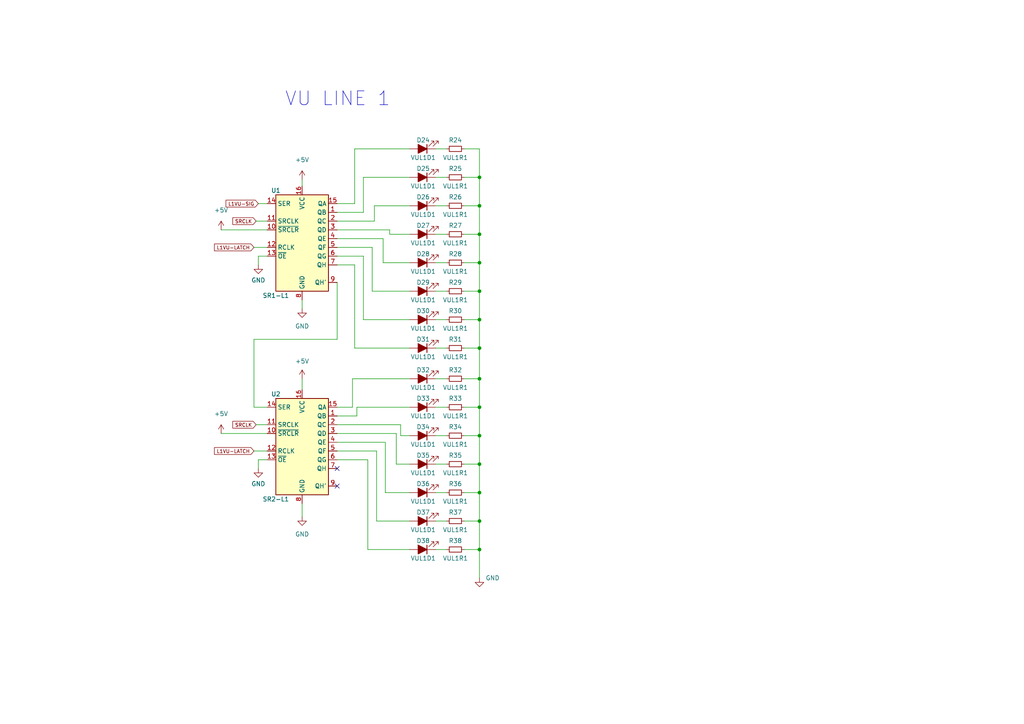
<source format=kicad_sch>
(kicad_sch (version 20210621) (generator eeschema)
  (paper "A4")
  (lib_symbols
    (symbol "74xx:74HC595"
      (property "Reference" "U" (at -7.62 13.97 0))
      (property "Value" "74HC595" (at -7.62 -16.51 0))
      (symbol "74HC595_1_0"
        (pin tri_state line (at 10.16 7.62 180) (length 2.54) (name "QB") (number "1"))
        (pin input line (at -10.16 2.54 0) (length 2.54) (name "~{SRCLR}") (number "10"))
        (pin input line (at -10.16 5.08 0) (length 2.54) (name "SRCLK") (number "11"))
        (pin input line (at -10.16 -2.54 0) (length 2.54) (name "RCLK") (number "12"))
        (pin input line (at -10.16 -5.08 0) (length 2.54) (name "~{OE}") (number "13"))
        (pin input line (at -10.16 10.16 0) (length 2.54) (name "SER") (number "14"))
        (pin tri_state line (at 10.16 10.16 180) (length 2.54) (name "QA") (number "15"))
        (pin power_in line (at 0 15.24 270) (length 2.54) (name "VCC") (number "16"))
        (pin tri_state line (at 10.16 5.08 180) (length 2.54) (name "QC") (number "2"))
        (pin tri_state line (at 10.16 2.54 180) (length 2.54) (name "QD") (number "3"))
        (pin tri_state line (at 10.16 0 180) (length 2.54) (name "QE") (number "4"))
        (pin tri_state line (at 10.16 -2.54 180) (length 2.54) (name "QF") (number "5"))
        (pin tri_state line (at 10.16 -5.08 180) (length 2.54) (name "QG") (number "6"))
        (pin tri_state line (at 10.16 -7.62 180) (length 2.54) (name "QH") (number "7"))
        (pin power_in line (at 0 -17.78 90) (length 2.54) (name "GND") (number "8"))
        (pin output line (at 10.16 -12.7 180) (length 2.54) (name "QH'") (number "9"))
      )
      (symbol "74HC595_1_1"
        (rectangle (start -7.62 12.7) (end 7.62 -15.24) (stroke (width 0.254)) (fill (type background)))
      )
    )
    (symbol "Device:LED_Filled" (pin_numbers hide) (pin_names (offset 1.016) hide)
      (property "Reference" "D" (at 0 2.54 0))
      (property "Value" "LED_Filled" (at 0 -2.54 0))
      (symbol "LED_Filled_0_1"
        (polyline (pts (xy -1.27 -1.27) (xy -1.27 1.27)) (stroke (width 0.254)))
        (polyline (pts (xy -1.27 0) (xy 1.27 0)))
        (polyline (pts (xy -3.048 -0.762) (xy -4.572 -2.286) (xy -3.81 -2.286) (xy -4.572 -2.286) (xy -4.572 -1.524)))
        (polyline (pts (xy -1.778 -0.762) (xy -3.302 -2.286) (xy -2.54 -2.286) (xy -3.302 -2.286) (xy -3.302 -1.524)))
        (polyline (pts (xy 1.27 -1.27) (xy 1.27 1.27) (xy -1.27 0) (xy 1.27 -1.27)) (stroke (width 0.254)) (fill (type outline)))
      )
      (symbol "LED_Filled_1_1"
        (pin passive line (at -3.81 0 0) (length 2.54) (name "K") (number "1"))
        (pin passive line (at 3.81 0 180) (length 2.54) (name "A") (number "2"))
      )
    )
    (symbol "Device:R_Small" (pin_numbers hide) (pin_names (offset 0.254) hide)
      (property "Reference" "R" (at 0.762 0.508 0))
      (property "Value" "R_Small" (at 0.762 -1.016 0))
      (symbol "R_Small_0_1"
        (rectangle (start -0.762 1.778) (end 0.762 -1.778) (stroke (width 0.2032)))
      )
      (symbol "R_Small_1_1"
        (pin passive line (at 0 2.54 270) (length 0.762) (name "~") (number "1"))
        (pin passive line (at 0 -2.54 90) (length 0.762) (name "~") (number "2"))
      )
    )
    (symbol "power:+5V" (power) (pin_names (offset 0))
      (property "Value" "+5V" (at 0 3.556 0))
      (symbol "+5V_0_1"
        (polyline (pts (xy -0.762 1.27) (xy 0 2.54)))
        (polyline (pts (xy 0 0) (xy 0 2.54)))
        (polyline (pts (xy 0 2.54) (xy 0.762 1.27)))
      )
      (symbol "+5V_1_1"
        (pin power_in line (at 0 0 90) (length 0) hide (name "+5V") (number "1"))
      )
    )
    (symbol "power:GND" (power) (pin_names (offset 0))
      (property "Value" "GND" (at 0 -3.81 0))
      (symbol "GND_0_1"
        (polyline (pts (xy 0 0) (xy 0 -1.27) (xy 1.27 -1.27) (xy 0 -2.54) (xy -1.27 -1.27) (xy 0 -1.27)))
      )
      (symbol "GND_1_1"
        (pin power_in line (at 0 0 270) (length 0) hide (name "GND") (number "1"))
      )
    )
  )
  (junction (at 139.065 51.435) (diameter 0.9144))
  (junction (at 139.065 59.69) (diameter 0.9144))
  (junction (at 139.065 67.945) (diameter 0.9144))
  (junction (at 139.065 76.2) (diameter 0.9144))
  (junction (at 139.065 84.455) (diameter 0.9144))
  (junction (at 139.065 92.71) (diameter 0.9144))
  (junction (at 139.065 100.965) (diameter 0.9144))
  (junction (at 139.065 109.855) (diameter 0.9144))
  (junction (at 139.065 118.11) (diameter 0.9144))
  (junction (at 139.065 126.365) (diameter 0.9144))
  (junction (at 139.065 134.62) (diameter 0.9144))
  (junction (at 139.065 142.875) (diameter 0.9144))
  (junction (at 139.065 151.13) (diameter 0.9144))
  (junction (at 139.065 159.385) (diameter 0.9144))
  (no_connect (at 97.79 135.89))
  (no_connect (at 97.79 140.97))
  (wire (pts (xy 64.135 66.675) (xy 77.47 66.675)))
  (wire (pts (xy 64.135 125.73) (xy 77.47 125.73)))
  (wire (pts (xy 73.66 71.755) (xy 77.47 71.755)))
  (wire (pts (xy 73.66 98.425) (xy 73.66 118.11)))
  (wire (pts (xy 73.66 118.11) (xy 77.47 118.11)))
  (wire (pts (xy 73.66 130.81) (xy 77.47 130.81)))
  (wire (pts (xy 74.295 64.135) (xy 77.47 64.135)))
  (wire (pts (xy 74.295 123.19) (xy 77.47 123.19)))
  (wire (pts (xy 74.93 59.055) (xy 77.47 59.055)))
  (wire (pts (xy 74.93 74.295) (xy 77.47 74.295)))
  (wire (pts (xy 74.93 76.835) (xy 74.93 74.295)))
  (wire (pts (xy 74.93 133.35) (xy 77.47 133.35)))
  (wire (pts (xy 74.93 135.89) (xy 74.93 133.35)))
  (wire (pts (xy 87.63 52.07) (xy 87.63 53.975)))
  (wire (pts (xy 87.63 86.995) (xy 87.63 89.535)))
  (wire (pts (xy 87.63 109.855) (xy 87.63 113.03)))
  (wire (pts (xy 87.63 146.05) (xy 87.63 149.86)))
  (wire (pts (xy 97.79 61.595) (xy 105.41 61.595)))
  (wire (pts (xy 97.79 64.135) (xy 108.585 64.135)))
  (wire (pts (xy 97.79 66.675) (xy 113.03 66.675)))
  (wire (pts (xy 97.79 69.215) (xy 111.125 69.215)))
  (wire (pts (xy 97.79 71.755) (xy 107.95 71.755)))
  (wire (pts (xy 97.79 74.295) (xy 105.41 74.295)))
  (wire (pts (xy 97.79 76.835) (xy 102.87 76.835)))
  (wire (pts (xy 97.79 81.915) (xy 97.79 98.425)))
  (wire (pts (xy 97.79 98.425) (xy 73.66 98.425)))
  (wire (pts (xy 97.79 123.19) (xy 116.205 123.19)))
  (wire (pts (xy 97.79 125.73) (xy 114.935 125.73)))
  (wire (pts (xy 97.79 130.81) (xy 109.22 130.81)))
  (wire (pts (xy 97.79 133.35) (xy 106.68 133.35)))
  (wire (pts (xy 102.235 109.855) (xy 102.235 118.11)))
  (wire (pts (xy 102.235 118.11) (xy 97.79 118.11)))
  (wire (pts (xy 102.87 43.18) (xy 102.87 59.055)))
  (wire (pts (xy 102.87 59.055) (xy 97.79 59.055)))
  (wire (pts (xy 102.87 76.835) (xy 102.87 100.965)))
  (wire (pts (xy 102.87 100.965) (xy 118.745 100.965)))
  (wire (pts (xy 103.505 118.11) (xy 103.505 120.65)))
  (wire (pts (xy 103.505 120.65) (xy 97.79 120.65)))
  (wire (pts (xy 105.41 51.435) (xy 118.745 51.435)))
  (wire (pts (xy 105.41 61.595) (xy 105.41 51.435)))
  (wire (pts (xy 105.41 74.295) (xy 105.41 92.71)))
  (wire (pts (xy 105.41 92.71) (xy 118.745 92.71)))
  (wire (pts (xy 106.68 133.35) (xy 106.68 159.385)))
  (wire (pts (xy 106.68 159.385) (xy 118.745 159.385)))
  (wire (pts (xy 107.95 71.755) (xy 107.95 84.455)))
  (wire (pts (xy 107.95 84.455) (xy 118.745 84.455)))
  (wire (pts (xy 108.585 59.69) (xy 118.745 59.69)))
  (wire (pts (xy 108.585 64.135) (xy 108.585 59.69)))
  (wire (pts (xy 109.22 130.81) (xy 109.22 151.13)))
  (wire (pts (xy 109.22 151.13) (xy 118.745 151.13)))
  (wire (pts (xy 111.125 69.215) (xy 111.125 76.2)))
  (wire (pts (xy 111.125 76.2) (xy 118.745 76.2)))
  (wire (pts (xy 111.76 128.27) (xy 97.79 128.27)))
  (wire (pts (xy 111.76 142.875) (xy 111.76 128.27)))
  (wire (pts (xy 113.03 66.675) (xy 113.03 67.945)))
  (wire (pts (xy 113.03 67.945) (xy 118.745 67.945)))
  (wire (pts (xy 114.935 125.73) (xy 114.935 134.62)))
  (wire (pts (xy 114.935 134.62) (xy 118.745 134.62)))
  (wire (pts (xy 116.205 123.19) (xy 116.205 126.365)))
  (wire (pts (xy 116.205 126.365) (xy 118.745 126.365)))
  (wire (pts (xy 118.745 43.18) (xy 102.87 43.18)))
  (wire (pts (xy 118.745 109.855) (xy 102.235 109.855)))
  (wire (pts (xy 118.745 118.11) (xy 103.505 118.11)))
  (wire (pts (xy 118.745 142.875) (xy 111.76 142.875)))
  (wire (pts (xy 126.365 43.18) (xy 129.54 43.18)))
  (wire (pts (xy 126.365 51.435) (xy 129.54 51.435)))
  (wire (pts (xy 126.365 59.69) (xy 129.54 59.69)))
  (wire (pts (xy 126.365 67.945) (xy 129.54 67.945)))
  (wire (pts (xy 126.365 76.2) (xy 129.54 76.2)))
  (wire (pts (xy 126.365 84.455) (xy 129.54 84.455)))
  (wire (pts (xy 126.365 92.71) (xy 129.54 92.71)))
  (wire (pts (xy 126.365 100.965) (xy 129.54 100.965)))
  (wire (pts (xy 126.365 109.855) (xy 129.54 109.855)))
  (wire (pts (xy 126.365 118.11) (xy 129.54 118.11)))
  (wire (pts (xy 126.365 126.365) (xy 129.54 126.365)))
  (wire (pts (xy 126.365 134.62) (xy 129.54 134.62)))
  (wire (pts (xy 126.365 142.875) (xy 129.54 142.875)))
  (wire (pts (xy 126.365 151.13) (xy 129.54 151.13)))
  (wire (pts (xy 126.365 159.385) (xy 129.54 159.385)))
  (wire (pts (xy 134.62 43.18) (xy 139.065 43.18)))
  (wire (pts (xy 134.62 51.435) (xy 139.065 51.435)))
  (wire (pts (xy 134.62 59.69) (xy 139.065 59.69)))
  (wire (pts (xy 134.62 67.945) (xy 139.065 67.945)))
  (wire (pts (xy 134.62 76.2) (xy 139.065 76.2)))
  (wire (pts (xy 134.62 84.455) (xy 139.065 84.455)))
  (wire (pts (xy 134.62 92.71) (xy 139.065 92.71)))
  (wire (pts (xy 134.62 100.965) (xy 139.065 100.965)))
  (wire (pts (xy 134.62 109.855) (xy 139.065 109.855)))
  (wire (pts (xy 134.62 118.11) (xy 139.065 118.11)))
  (wire (pts (xy 134.62 126.365) (xy 139.065 126.365)))
  (wire (pts (xy 134.62 134.62) (xy 139.065 134.62)))
  (wire (pts (xy 134.62 142.875) (xy 139.065 142.875)))
  (wire (pts (xy 134.62 151.13) (xy 139.065 151.13)))
  (wire (pts (xy 134.62 159.385) (xy 139.065 159.385)))
  (wire (pts (xy 139.065 43.18) (xy 139.065 51.435)))
  (wire (pts (xy 139.065 51.435) (xy 139.065 59.69)))
  (wire (pts (xy 139.065 59.69) (xy 139.065 67.945)))
  (wire (pts (xy 139.065 67.945) (xy 139.065 76.2)))
  (wire (pts (xy 139.065 76.2) (xy 139.065 84.455)))
  (wire (pts (xy 139.065 84.455) (xy 139.065 92.71)))
  (wire (pts (xy 139.065 92.71) (xy 139.065 100.965)))
  (wire (pts (xy 139.065 100.965) (xy 139.065 109.855)))
  (wire (pts (xy 139.065 109.855) (xy 139.065 118.11)))
  (wire (pts (xy 139.065 118.11) (xy 139.065 126.365)))
  (wire (pts (xy 139.065 126.365) (xy 139.065 134.62)))
  (wire (pts (xy 139.065 134.62) (xy 139.065 142.875)))
  (wire (pts (xy 139.065 142.875) (xy 139.065 151.13)))
  (wire (pts (xy 139.065 151.13) (xy 139.065 159.385)))
  (wire (pts (xy 139.065 159.385) (xy 139.065 167.64)))
  (text "VU LINE 1" (at 82.55 31.115 0) (effects (font (size 4.016 4.016)) (justify left bottom)))
  (global_label "L1VU-LATCH" (shape input) (at 73.66 71.755 180) (effects (font (size 1.016 1.016))) (property "Intersheet References" "${INTERSHEET_REFS}" (effects hide)))
  (global_label "L1VU-LATCH" (shape input) (at 73.66 130.81 180) (effects (font (size 1.016 1.016))) (property "Intersheet References" "${INTERSHEET_REFS}" (effects hide)))
  (global_label "SRCLK" (shape input) (at 74.295 64.135 180) (effects (font (size 1.016 1.016))) (property "Intersheet References" "${INTERSHEET_REFS}" (effects hide)))
  (global_label "SRCLK" (shape input) (at 74.295 123.19 180) (effects (font (size 1.016 1.016))) (property "Intersheet References" "${INTERSHEET_REFS}" (effects hide)))
  (global_label "L1VU-SIG" (shape input) (at 74.93 59.055 180) (effects (font (size 1.016 1.016))) (property "Intersheet References" "${INTERSHEET_REFS}" (effects hide)))
  (symbol (lib_id "power:+5V") (at 64.135 66.675 0) (unit 1)
    (property "Reference" "#PWR0104" (effects hide))
    (property "Value" "+5V" (at 64.135 60.96 0))
  )
  (symbol (lib_id "power:+5V") (at 64.135 125.73 0) (unit 1)
    (property "Reference" "#PWR0105" (effects hide))
    (property "Value" "+5V" (at 64.135 120.015 0))
  )
  (symbol (lib_id "power:+5V") (at 87.63 52.07 0) (unit 1)
    (property "Reference" "#PWR0108" (effects hide))
    (property "Value" "+5V" (at 87.63 46.355 0))
  )
  (symbol (lib_id "power:+5V") (at 87.63 109.855 0) (unit 1)
    (property "Reference" "#PWR0110" (effects hide))
    (property "Value" "+5V" (at 87.63 104.775 0))
  )
  (symbol (lib_id "power:GND") (at 74.93 76.835 0) (unit 1)
    (property "Reference" "#PWR0106" (effects hide))
    (property "Value" "GND" (at 74.93 81.28 0))
  )
  (symbol (lib_id "power:GND") (at 74.93 135.89 0) (unit 1)
    (property "Reference" "#PWR0107" (effects hide))
    (property "Value" "GND" (at 74.93 140.335 0))
  )
  (symbol (lib_id "power:GND") (at 87.63 89.535 0) (unit 1)
    (property "Reference" "#PWR0109" (effects hide))
    (property "Value" "GND" (at 87.63 94.615 0))
  )
  (symbol (lib_id "power:GND") (at 87.63 149.86 0) (unit 1)
    (property "Reference" "#PWR0111" (effects hide))
    (property "Value" "GND" (at 87.63 154.94 0))
  )
  (symbol (lib_id "power:GND") (at 139.065 167.64 0) (unit 1)
    (property "Reference" "#PWR0112" (effects hide))
    (property "Value" "GND" (at 142.875 167.64 0))
  )
  (symbol (lib_id "Device:R_Small") (at 132.08 43.18 270) (unit 1)
    (property "Reference" "R24" (at 132.08 40.64 90))
    (property "Value" "VUL1R1" (at 132.08 45.72 90))
    (property "Footprint" "Resistor_SMD:R_1206_3216Metric_Pad1.30x1.75mm_HandSolder" (effects hide))
  )
  (symbol (lib_id "Device:R_Small") (at 132.08 51.435 270) (unit 1)
    (property "Reference" "R25" (at 132.08 48.895 90))
    (property "Value" "VUL1R1" (at 132.08 53.975 90))
    (property "Footprint" "Resistor_SMD:R_1206_3216Metric_Pad1.30x1.75mm_HandSolder" (effects hide))
  )
  (symbol (lib_id "Device:R_Small") (at 132.08 59.69 270) (unit 1)
    (property "Reference" "R26" (at 132.08 57.15 90))
    (property "Value" "VUL1R1" (at 132.08 62.23 90))
    (property "Footprint" "Resistor_SMD:R_1206_3216Metric_Pad1.30x1.75mm_HandSolder" (effects hide))
  )
  (symbol (lib_id "Device:R_Small") (at 132.08 67.945 270) (unit 1)
    (property "Reference" "R27" (at 132.08 65.405 90))
    (property "Value" "VUL1R1" (at 132.08 70.485 90))
    (property "Footprint" "Resistor_SMD:R_1206_3216Metric_Pad1.30x1.75mm_HandSolder" (effects hide))
  )
  (symbol (lib_id "Device:R_Small") (at 132.08 76.2 270) (unit 1)
    (property "Reference" "R28" (at 132.08 73.66 90))
    (property "Value" "VUL1R1" (at 132.08 78.74 90))
    (property "Footprint" "Resistor_SMD:R_1206_3216Metric_Pad1.30x1.75mm_HandSolder" (effects hide))
  )
  (symbol (lib_id "Device:R_Small") (at 132.08 84.455 270) (unit 1)
    (property "Reference" "R29" (at 132.08 81.915 90))
    (property "Value" "VUL1R1" (at 132.08 86.995 90))
    (property "Footprint" "Resistor_SMD:R_1206_3216Metric_Pad1.30x1.75mm_HandSolder" (effects hide))
  )
  (symbol (lib_id "Device:R_Small") (at 132.08 92.71 270) (unit 1)
    (property "Reference" "R30" (at 132.08 90.17 90))
    (property "Value" "VUL1R1" (at 132.08 95.25 90))
    (property "Footprint" "Resistor_SMD:R_1206_3216Metric_Pad1.30x1.75mm_HandSolder" (effects hide))
  )
  (symbol (lib_id "Device:R_Small") (at 132.08 100.965 270) (unit 1)
    (property "Reference" "R31" (at 132.08 98.425 90))
    (property "Value" "VUL1R1" (at 132.08 103.505 90))
    (property "Footprint" "Resistor_SMD:R_1206_3216Metric_Pad1.30x1.75mm_HandSolder" (effects hide))
  )
  (symbol (lib_id "Device:R_Small") (at 132.08 109.855 270) (unit 1)
    (property "Reference" "R32" (at 132.08 107.315 90))
    (property "Value" "VUL1R1" (at 132.08 112.395 90))
    (property "Footprint" "Resistor_SMD:R_1206_3216Metric_Pad1.30x1.75mm_HandSolder" (effects hide))
  )
  (symbol (lib_id "Device:R_Small") (at 132.08 118.11 270) (unit 1)
    (property "Reference" "R33" (at 132.08 115.57 90))
    (property "Value" "VUL1R1" (at 132.08 120.65 90))
    (property "Footprint" "Resistor_SMD:R_1206_3216Metric_Pad1.30x1.75mm_HandSolder" (effects hide))
  )
  (symbol (lib_id "Device:R_Small") (at 132.08 126.365 270) (unit 1)
    (property "Reference" "R34" (at 132.08 123.825 90))
    (property "Value" "VUL1R1" (at 132.08 128.905 90))
    (property "Footprint" "Resistor_SMD:R_1206_3216Metric_Pad1.30x1.75mm_HandSolder" (effects hide))
  )
  (symbol (lib_id "Device:R_Small") (at 132.08 134.62 270) (unit 1)
    (property "Reference" "R35" (at 132.08 132.08 90))
    (property "Value" "VUL1R1" (at 132.08 137.16 90))
    (property "Footprint" "Resistor_SMD:R_1206_3216Metric_Pad1.30x1.75mm_HandSolder" (effects hide))
  )
  (symbol (lib_id "Device:R_Small") (at 132.08 142.875 270) (unit 1)
    (property "Reference" "R36" (at 132.08 140.335 90))
    (property "Value" "VUL1R1" (at 132.08 145.415 90))
    (property "Footprint" "Resistor_SMD:R_1206_3216Metric_Pad1.30x1.75mm_HandSolder" (effects hide))
  )
  (symbol (lib_id "Device:R_Small") (at 132.08 151.13 270) (unit 1)
    (property "Reference" "R37" (at 132.08 148.59 90))
    (property "Value" "VUL1R1" (at 132.08 153.67 90))
    (property "Footprint" "Resistor_SMD:R_1206_3216Metric_Pad1.30x1.75mm_HandSolder" (effects hide))
  )
  (symbol (lib_id "Device:R_Small") (at 132.08 159.385 270) (unit 1)
    (property "Reference" "R38" (at 132.08 156.845 90))
    (property "Value" "VUL1R1" (at 132.08 161.925 90))
    (property "Footprint" "Resistor_SMD:R_1206_3216Metric_Pad1.30x1.75mm_HandSolder" (effects hide))
  )
  (symbol (lib_id "Device:LED_Filled") (at 122.555 43.18 180) (unit 1)
    (property "Reference" "D24" (at 122.7455 40.64 0))
    (property "Value" "VUL1D1" (at 122.7455 45.72 0))
    (property "Footprint" "Library:LED_RED" (effects hide))
  )
  (symbol (lib_id "Device:LED_Filled") (at 122.555 51.435 180) (unit 1)
    (property "Reference" "D25" (at 122.7455 48.895 0))
    (property "Value" "VUL1D1" (at 122.7455 53.975 0))
    (property "Footprint" "Library:LED_RED" (effects hide))
  )
  (symbol (lib_id "Device:LED_Filled") (at 122.555 59.69 180) (unit 1)
    (property "Reference" "D26" (at 122.7455 57.15 0))
    (property "Value" "VUL1D1" (at 122.7455 62.23 0))
    (property "Footprint" "Library:LED_YELLOW" (effects hide))
  )
  (symbol (lib_id "Device:LED_Filled") (at 122.555 67.945 180) (unit 1)
    (property "Reference" "D27" (at 122.7455 65.405 0))
    (property "Value" "VUL1D1" (at 122.7455 70.485 0))
    (property "Footprint" "Library:LED_YELLOW" (effects hide))
  )
  (symbol (lib_id "Device:LED_Filled") (at 122.555 76.2 180) (unit 1)
    (property "Reference" "D28" (at 122.7455 73.66 0))
    (property "Value" "VUL1D1" (at 122.7455 78.74 0))
    (property "Footprint" "Library:LED_YELLOW" (effects hide))
  )
  (symbol (lib_id "Device:LED_Filled") (at 122.555 84.455 180) (unit 1)
    (property "Reference" "D29" (at 122.7455 81.915 0))
    (property "Value" "VUL1D1" (at 122.7455 86.995 0))
    (property "Footprint" "Library:LED_YELLOW" (effects hide))
  )
  (symbol (lib_id "Device:LED_Filled") (at 122.555 92.71 180) (unit 1)
    (property "Reference" "D30" (at 122.7455 90.17 0))
    (property "Value" "VUL1D1" (at 122.7455 95.25 0))
    (property "Footprint" "Library:LED_GREEN" (effects hide))
  )
  (symbol (lib_id "Device:LED_Filled") (at 122.555 100.965 180) (unit 1)
    (property "Reference" "D31" (at 122.7455 98.425 0))
    (property "Value" "VUL1D1" (at 122.7455 103.505 0))
    (property "Footprint" "Library:LED_GREEN" (effects hide))
  )
  (symbol (lib_id "Device:LED_Filled") (at 122.555 109.855 180) (unit 1)
    (property "Reference" "D32" (at 122.7455 107.315 0))
    (property "Value" "VUL1D1" (at 122.7455 112.395 0))
    (property "Footprint" "Library:LED_GREEN" (effects hide))
  )
  (symbol (lib_id "Device:LED_Filled") (at 122.555 118.11 180) (unit 1)
    (property "Reference" "D33" (at 122.7455 115.57 0))
    (property "Value" "VUL1D1" (at 122.7455 120.65 0))
    (property "Footprint" "Library:LED_GREEN" (effects hide))
  )
  (symbol (lib_id "Device:LED_Filled") (at 122.555 126.365 180) (unit 1)
    (property "Reference" "D34" (at 122.7455 123.825 0))
    (property "Value" "VUL1D1" (at 122.7455 128.905 0))
    (property "Footprint" "Library:LED_GREEN" (effects hide))
  )
  (symbol (lib_id "Device:LED_Filled") (at 122.555 134.62 180) (unit 1)
    (property "Reference" "D35" (at 122.7455 132.08 0))
    (property "Value" "VUL1D1" (at 122.7455 137.16 0))
    (property "Footprint" "Library:LED_GREEN" (effects hide))
  )
  (symbol (lib_id "Device:LED_Filled") (at 122.555 142.875 180) (unit 1)
    (property "Reference" "D36" (at 122.7455 140.335 0))
    (property "Value" "VUL1D1" (at 122.7455 145.415 0))
    (property "Footprint" "Library:LED_GREEN" (effects hide))
  )
  (symbol (lib_id "Device:LED_Filled") (at 122.555 151.13 180) (unit 1)
    (property "Reference" "D37" (at 122.7455 148.59 0))
    (property "Value" "VUL1D1" (at 122.7455 153.67 0))
    (property "Footprint" "Library:LED_GREEN" (effects hide))
  )
  (symbol (lib_id "Device:LED_Filled") (at 122.555 159.385 180) (unit 1)
    (property "Reference" "D38" (at 122.7455 156.845 0))
    (property "Value" "VUL1D1" (at 122.7455 161.925 0))
    (property "Footprint" "Library:LED_GREEN" (effects hide))
  )
  (symbol (lib_id "74xx:74HC595") (at 87.63 69.215 0) (unit 1)
    (property "Reference" "U1" (at 80.01 55.245 0))
    (property "Value" "SR1-L1" (at 80.01 85.725 0))
    (property "Footprint" "Library:SO-16_3.9x9.9mm_P1.27mm" (effects hide))
    (property "Datasheet" "http://www.ti.com/lit/ds/symlink/sn74hc595.pdf" (effects hide))
  )
  (symbol (lib_id "74xx:74HC595") (at 87.63 128.27 0) (unit 1)
    (property "Reference" "U2" (at 80.01 114.3 0))
    (property "Value" "SR2-L1" (at 80.01 144.78 0))
    (property "Footprint" "Library:SO-16_3.9x9.9mm_P1.27mm" (effects hide))
    (property "Datasheet" "http://www.ti.com/lit/ds/symlink/sn74hc595.pdf" (effects hide))
  )
)
</source>
